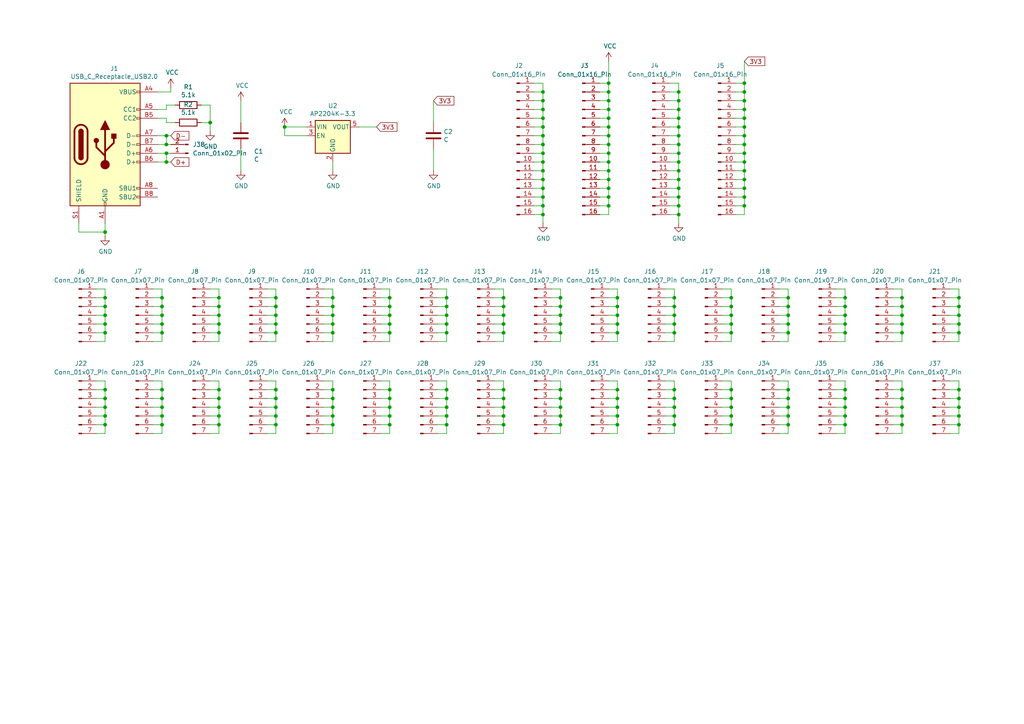
<source format=kicad_sch>
(kicad_sch (version 20231120) (generator "eeschema") (generator_version "8.0")
  (paper "A4")
  (junction (at 212.09 123.19))
  (junction (at 176.53 52.07))
  (junction (at 46.99 91.44))
  (junction (at 196.85 52.07))
  (junction (at 215.9 59.69))
  (junction (at 228.6 115.57))
  (junction (at 113.03 86.36))
  (junction (at 212.09 96.52))
  (junction (at 196.85 44.45))
  (junction (at 179.07 86.36))
  (junction (at 30.48 67.31))
  (junction (at 113.03 123.19))
  (junction (at 80.01 118.11))
  (junction (at 212.09 91.44))
  (junction (at 215.9 57.15))
  (junction (at 113.03 96.52))
  (junction (at 261.62 96.52))
  (junction (at 215.9 31.75))
  (junction (at 146.05 120.65))
  (junction (at 215.9 41.91))
  (junction (at 261.62 93.98))
  (junction (at 30.48 93.98))
  (junction (at 278.13 96.52))
  (junction (at 146.05 88.9))
  (junction (at 212.09 86.36))
  (junction (at 48.26 46.99))
  (junction (at 228.6 113.03))
  (junction (at 245.11 88.9))
  (junction (at 195.58 88.9))
  (junction (at 162.56 123.19))
  (junction (at 176.53 49.53))
  (junction (at 179.07 88.9))
  (junction (at 63.5 86.36))
  (junction (at 179.07 93.98))
  (junction (at 278.13 91.44))
  (junction (at 162.56 93.98))
  (junction (at 80.01 86.36))
  (junction (at 129.54 91.44))
  (junction (at 30.48 88.9))
  (junction (at 82.55 36.83))
  (junction (at 63.5 96.52))
  (junction (at 30.48 123.19))
  (junction (at 48.26 41.91))
  (junction (at 146.05 91.44))
  (junction (at 157.48 39.37))
  (junction (at 212.09 118.11))
  (junction (at 48.26 39.37))
  (junction (at 176.53 26.67))
  (junction (at 96.52 115.57))
  (junction (at 146.05 123.19))
  (junction (at 46.99 93.98))
  (junction (at 146.05 115.57))
  (junction (at 196.85 41.91))
  (junction (at 157.48 62.23))
  (junction (at 196.85 39.37))
  (junction (at 215.9 46.99))
  (junction (at 46.99 88.9))
  (junction (at 179.07 113.03))
  (junction (at 228.6 96.52))
  (junction (at 96.52 88.9))
  (junction (at 30.48 113.03))
  (junction (at 176.53 36.83))
  (junction (at 176.53 34.29))
  (junction (at 113.03 88.9))
  (junction (at 215.9 54.61))
  (junction (at 113.03 113.03))
  (junction (at 176.53 59.69))
  (junction (at 261.62 120.65))
  (junction (at 196.85 57.15))
  (junction (at 162.56 120.65))
  (junction (at 215.9 34.29))
  (junction (at 63.5 93.98))
  (junction (at 60.96 35.56))
  (junction (at 80.01 88.9))
  (junction (at 196.85 49.53))
  (junction (at 162.56 115.57))
  (junction (at 176.53 46.99))
  (junction (at 96.52 91.44))
  (junction (at 113.03 93.98))
  (junction (at 176.53 44.45))
  (junction (at 96.52 123.19))
  (junction (at 195.58 113.03))
  (junction (at 157.48 54.61))
  (junction (at 157.48 59.69))
  (junction (at 261.62 118.11))
  (junction (at 80.01 91.44))
  (junction (at 157.48 44.45))
  (junction (at 30.48 120.65))
  (junction (at 196.85 59.69))
  (junction (at 278.13 120.65))
  (junction (at 228.6 88.9))
  (junction (at 157.48 46.99))
  (junction (at 63.5 123.19))
  (junction (at 129.54 118.11))
  (junction (at 129.54 115.57))
  (junction (at 46.99 123.19))
  (junction (at 278.13 93.98))
  (junction (at 245.11 115.57))
  (junction (at 228.6 86.36))
  (junction (at 261.62 115.57))
  (junction (at 215.9 39.37))
  (junction (at 157.48 57.15))
  (junction (at 30.48 118.11))
  (junction (at 113.03 118.11))
  (junction (at 162.56 88.9))
  (junction (at 261.62 91.44))
  (junction (at 46.99 86.36))
  (junction (at 63.5 91.44))
  (junction (at 157.48 31.75))
  (junction (at 261.62 123.19))
  (junction (at 196.85 46.99))
  (junction (at 176.53 29.21))
  (junction (at 80.01 123.19))
  (junction (at 215.9 49.53))
  (junction (at 212.09 115.57))
  (junction (at 228.6 120.65))
  (junction (at 245.11 123.19))
  (junction (at 196.85 34.29))
  (junction (at 176.53 24.13))
  (junction (at 162.56 86.36))
  (junction (at 212.09 93.98))
  (junction (at 261.62 86.36))
  (junction (at 179.07 123.19))
  (junction (at 113.03 120.65))
  (junction (at 215.9 44.45))
  (junction (at 96.52 96.52))
  (junction (at 228.6 123.19))
  (junction (at 228.6 91.44))
  (junction (at 196.85 62.23))
  (junction (at 196.85 36.83))
  (junction (at 245.11 93.98))
  (junction (at 48.26 44.45))
  (junction (at 96.52 86.36))
  (junction (at 30.48 96.52))
  (junction (at 80.01 93.98))
  (junction (at 179.07 120.65))
  (junction (at 278.13 86.36))
  (junction (at 179.07 115.57))
  (junction (at 196.85 26.67))
  (junction (at 96.52 120.65))
  (junction (at 30.48 115.57))
  (junction (at 146.05 96.52))
  (junction (at 245.11 96.52))
  (junction (at 30.48 86.36))
  (junction (at 46.99 96.52))
  (junction (at 129.54 113.03))
  (junction (at 30.48 91.44))
  (junction (at 80.01 115.57))
  (junction (at 46.99 113.03))
  (junction (at 63.5 118.11))
  (junction (at 195.58 96.52))
  (junction (at 157.48 41.91))
  (junction (at 278.13 115.57))
  (junction (at 96.52 113.03))
  (junction (at 146.05 93.98))
  (junction (at 245.11 113.03))
  (junction (at 63.5 115.57))
  (junction (at 261.62 113.03))
  (junction (at 129.54 123.19))
  (junction (at 245.11 120.65))
  (junction (at 215.9 24.13))
  (junction (at 195.58 123.19))
  (junction (at 129.54 93.98))
  (junction (at 215.9 26.67))
  (junction (at 146.05 86.36))
  (junction (at 176.53 57.15))
  (junction (at 129.54 88.9))
  (junction (at 195.58 91.44))
  (junction (at 157.48 26.67))
  (junction (at 63.5 88.9))
  (junction (at 228.6 93.98))
  (junction (at 176.53 31.75))
  (junction (at 278.13 118.11))
  (junction (at 157.48 52.07))
  (junction (at 245.11 91.44))
  (junction (at 162.56 91.44))
  (junction (at 215.9 52.07))
  (junction (at 157.48 34.29))
  (junction (at 176.53 41.91))
  (junction (at 245.11 86.36))
  (junction (at 129.54 120.65))
  (junction (at 129.54 96.52))
  (junction (at 195.58 118.11))
  (junction (at 157.48 29.21))
  (junction (at 176.53 39.37))
  (junction (at 146.05 113.03))
  (junction (at 113.03 115.57))
  (junction (at 80.01 120.65))
  (junction (at 162.56 96.52))
  (junction (at 212.09 113.03))
  (junction (at 215.9 29.21))
  (junction (at 278.13 123.19))
  (junction (at 245.11 118.11))
  (junction (at 212.09 88.9))
  (junction (at 63.5 120.65))
  (junction (at 129.54 86.36))
  (junction (at 261.62 88.9))
  (junction (at 157.48 49.53))
  (junction (at 146.05 118.11))
  (junction (at 215.9 36.83))
  (junction (at 195.58 86.36))
  (junction (at 162.56 118.11))
  (junction (at 196.85 29.21))
  (junction (at 196.85 31.75))
  (junction (at 80.01 113.03))
  (junction (at 96.52 118.11))
  (junction (at 278.13 88.9))
  (junction (at 195.58 93.98))
  (junction (at 179.07 118.11))
  (junction (at 46.99 120.65))
  (junction (at 228.6 118.11))
  (junction (at 46.99 115.57))
  (junction (at 80.01 96.52))
  (junction (at 278.13 113.03))
  (junction (at 196.85 54.61))
  (junction (at 113.03 91.44))
  (junction (at 179.07 91.44))
  (junction (at 162.56 113.03))
  (junction (at 157.48 36.83))
  (junction (at 195.58 115.57))
  (junction (at 96.52 93.98))
  (junction (at 195.58 120.65))
  (junction (at 212.09 120.65))
  (junction (at 179.07 96.52))
  (junction (at 46.99 118.11))
  (junction (at 63.5 113.03))
  (junction (at 176.53 54.61))
  (wire (pts (xy 113.03 83.82) (xy 113.03 86.36)))
  (wire (pts (xy 261.62 118.11) (xy 261.62 120.65)))
  (wire (pts (xy 109.22 36.83) (xy 104.14 36.83)))
  (wire (pts (xy 30.48 96.52) (xy 30.48 99.06)))
  (wire (pts (xy 194.31 31.75) (xy 196.85 31.75)))
  (wire (pts (xy 179.07 88.9) (xy 179.07 91.44)))
  (wire (pts (xy 212.09 99.06) (xy 209.55 99.06)))
  (wire (pts (xy 113.03 86.36) (xy 113.03 88.9)))
  (wire (pts (xy 154.94 29.21) (xy 157.48 29.21)))
  (wire (pts (xy 209.55 118.11) (xy 212.09 118.11)))
  (wire (pts (xy 275.59 113.03) (xy 278.13 113.03)))
  (wire (pts (xy 160.02 88.9) (xy 162.56 88.9)))
  (wire (pts (xy 80.01 125.73) (xy 77.47 125.73)))
  (wire (pts (xy 154.94 57.15) (xy 157.48 57.15)))
  (wire (pts (xy 278.13 115.57) (xy 278.13 118.11)))
  (wire (pts (xy 93.98 86.36) (xy 96.52 86.36)))
  (wire (pts (xy 176.53 17.78) (xy 176.53 24.13)))
  (wire (pts (xy 245.11 115.57) (xy 245.11 118.11)))
  (wire (pts (xy 63.5 110.49) (xy 63.5 113.03)))
  (wire (pts (xy 46.99 99.06) (xy 44.45 99.06)))
  (wire (pts (xy 110.49 113.03) (xy 113.03 113.03)))
  (wire (pts (xy 226.06 118.11) (xy 228.6 118.11)))
  (wire (pts (xy 146.05 96.52) (xy 146.05 99.06)))
  (wire (pts (xy 278.13 99.06) (xy 275.59 99.06)))
  (wire (pts (xy 154.94 52.07) (xy 157.48 52.07)))
  (wire (pts (xy 245.11 86.36) (xy 245.11 88.9)))
  (wire (pts (xy 113.03 110.49) (xy 113.03 113.03)))
  (wire (pts (xy 176.53 123.19) (xy 179.07 123.19)))
  (wire (pts (xy 212.09 120.65) (xy 212.09 123.19)))
  (wire (pts (xy 179.07 120.65) (xy 179.07 123.19)))
  (wire (pts (xy 63.5 83.82) (xy 63.5 86.36)))
  (wire (pts (xy 27.94 91.44) (xy 30.48 91.44)))
  (wire (pts (xy 193.04 110.49) (xy 195.58 110.49)))
  (wire (pts (xy 60.96 88.9) (xy 63.5 88.9)))
  (wire (pts (xy 228.6 83.82) (xy 228.6 86.36)))
  (wire (pts (xy 179.07 123.19) (xy 179.07 125.73)))
  (wire (pts (xy 110.49 123.19) (xy 113.03 123.19)))
  (wire (pts (xy 213.36 24.13) (xy 215.9 24.13)))
  (wire (pts (xy 212.09 110.49) (xy 212.09 113.03)))
  (wire (pts (xy 245.11 125.73) (xy 242.57 125.73)))
  (wire (pts (xy 46.99 86.36) (xy 46.99 88.9)))
  (wire (pts (xy 275.59 120.65) (xy 278.13 120.65)))
  (wire (pts (xy 127 113.03) (xy 129.54 113.03)))
  (wire (pts (xy 228.6 91.44) (xy 228.6 93.98)))
  (wire (pts (xy 80.01 88.9) (xy 80.01 91.44)))
  (wire (pts (xy 129.54 93.98) (xy 129.54 96.52)))
  (wire (pts (xy 179.07 115.57) (xy 179.07 118.11)))
  (wire (pts (xy 127 120.65) (xy 129.54 120.65)))
  (wire (pts (xy 44.45 91.44) (xy 46.99 91.44)))
  (wire (pts (xy 195.58 110.49) (xy 195.58 113.03)))
  (wire (pts (xy 213.36 59.69) (xy 215.9 59.69)))
  (wire (pts (xy 46.99 123.19) (xy 46.99 125.73)))
  (wire (pts (xy 226.06 115.57) (xy 228.6 115.57)))
  (wire (pts (xy 176.53 24.13) (xy 176.53 26.67)))
  (wire (pts (xy 179.07 96.52) (xy 179.07 99.06)))
  (wire (pts (xy 212.09 123.19) (xy 212.09 125.73)))
  (wire (pts (xy 154.94 49.53) (xy 157.48 49.53)))
  (wire (pts (xy 77.47 123.19) (xy 80.01 123.19)))
  (wire (pts (xy 209.55 123.19) (xy 212.09 123.19)))
  (wire (pts (xy 226.06 88.9) (xy 228.6 88.9)))
  (wire (pts (xy 209.55 93.98) (xy 212.09 93.98)))
  (wire (pts (xy 261.62 96.52) (xy 261.62 99.06)))
  (wire (pts (xy 275.59 86.36) (xy 278.13 86.36)))
  (wire (pts (xy 143.51 88.9) (xy 146.05 88.9)))
  (wire (pts (xy 196.85 46.99) (xy 196.85 49.53)))
  (wire (pts (xy 195.58 88.9) (xy 195.58 91.44)))
  (wire (pts (xy 30.48 86.36) (xy 30.48 88.9)))
  (wire (pts (xy 194.31 54.61) (xy 196.85 54.61)))
  (wire (pts (xy 179.07 125.73) (xy 176.53 125.73)))
  (wire (pts (xy 275.59 93.98) (xy 278.13 93.98)))
  (wire (pts (xy 30.48 125.73) (xy 27.94 125.73)))
  (wire (pts (xy 146.05 115.57) (xy 146.05 118.11)))
  (wire (pts (xy 226.06 123.19) (xy 228.6 123.19)))
  (wire (pts (xy 46.99 120.65) (xy 46.99 123.19)))
  (wire (pts (xy 154.94 34.29) (xy 157.48 34.29)))
  (wire (pts (xy 242.57 96.52) (xy 245.11 96.52)))
  (wire (pts (xy 80.01 96.52) (xy 80.01 99.06)))
  (wire (pts (xy 46.99 96.52) (xy 46.99 99.06)))
  (wire (pts (xy 160.02 115.57) (xy 162.56 115.57)))
  (wire (pts (xy 127 91.44) (xy 129.54 91.44)))
  (wire (pts (xy 226.06 113.03) (xy 228.6 113.03)))
  (wire (pts (xy 77.47 93.98) (xy 80.01 93.98)))
  (wire (pts (xy 157.48 31.75) (xy 157.48 34.29)))
  (wire (pts (xy 63.5 88.9) (xy 63.5 91.44)))
  (wire (pts (xy 157.48 49.53) (xy 157.48 52.07)))
  (wire (pts (xy 215.9 52.07) (xy 215.9 54.61)))
  (wire (pts (xy 157.48 44.45) (xy 157.48 46.99)))
  (wire (pts (xy 30.48 67.31) (xy 22.86 67.31)))
  (wire (pts (xy 77.47 110.49) (xy 80.01 110.49)))
  (wire (pts (xy 278.13 88.9) (xy 278.13 91.44)))
  (wire (pts (xy 143.51 118.11) (xy 146.05 118.11)))
  (wire (pts (xy 196.85 57.15) (xy 196.85 59.69)))
  (wire (pts (xy 46.99 91.44) (xy 46.99 93.98)))
  (wire (pts (xy 157.48 59.69) (xy 157.48 62.23)))
  (wire (pts (xy 179.07 113.03) (xy 179.07 115.57)))
  (wire (pts (xy 176.53 36.83) (xy 176.53 39.37)))
  (wire (pts (xy 212.09 93.98) (xy 212.09 96.52)))
  (wire (pts (xy 27.94 118.11) (xy 30.48 118.11)))
  (wire (pts (xy 30.48 67.31) (xy 30.48 68.58)))
  (wire (pts (xy 30.48 64.77) (xy 30.48 67.31)))
  (wire (pts (xy 63.5 99.06) (xy 60.96 99.06)))
  (wire (pts (xy 127 88.9) (xy 129.54 88.9)))
  (wire (pts (xy 93.98 113.03) (xy 96.52 113.03)))
  (wire (pts (xy 275.59 91.44) (xy 278.13 91.44)))
  (wire (pts (xy 113.03 115.57) (xy 113.03 118.11)))
  (wire (pts (xy 194.31 44.45) (xy 196.85 44.45)))
  (wire (pts (xy 48.26 41.91) (xy 49.53 41.91)))
  (wire (pts (xy 146.05 91.44) (xy 146.05 93.98)))
  (wire (pts (xy 93.98 88.9) (xy 96.52 88.9)))
  (wire (pts (xy 80.01 110.49) (xy 80.01 113.03)))
  (wire (pts (xy 176.53 118.11) (xy 179.07 118.11)))
  (wire (pts (xy 143.51 123.19) (xy 146.05 123.19)))
  (wire (pts (xy 162.56 125.73) (xy 160.02 125.73)))
  (wire (pts (xy 278.13 118.11) (xy 278.13 120.65)))
  (wire (pts (xy 245.11 91.44) (xy 245.11 93.98)))
  (wire (pts (xy 154.94 44.45) (xy 157.48 44.45)))
  (wire (pts (xy 215.9 57.15) (xy 215.9 59.69)))
  (wire (pts (xy 30.48 93.98) (xy 30.48 96.52)))
  (wire (pts (xy 176.53 26.67) (xy 176.53 29.21)))
  (wire (pts (xy 113.03 113.03) (xy 113.03 115.57)))
  (wire (pts (xy 160.02 123.19) (xy 162.56 123.19)))
  (wire (pts (xy 27.94 120.65) (xy 30.48 120.65)))
  (wire (pts (xy 176.53 46.99) (xy 176.53 49.53)))
  (wire (pts (xy 127 93.98) (xy 129.54 93.98)))
  (wire (pts (xy 27.94 86.36) (xy 30.48 86.36)))
  (wire (pts (xy 160.02 96.52) (xy 162.56 96.52)))
  (wire (pts (xy 261.62 110.49) (xy 261.62 113.03)))
  (wire (pts (xy 245.11 110.49) (xy 245.11 113.03)))
  (wire (pts (xy 212.09 83.82) (xy 212.09 86.36)))
  (wire (pts (xy 173.99 24.13) (xy 176.53 24.13)))
  (wire (pts (xy 129.54 125.73) (xy 127 125.73)))
  (wire (pts (xy 157.48 62.23) (xy 157.48 64.77)))
  (wire (pts (xy 193.04 83.82) (xy 195.58 83.82)))
  (wire (pts (xy 69.85 43.18) (xy 69.85 49.53)))
  (wire (pts (xy 27.94 113.03) (xy 30.48 113.03)))
  (wire (pts (xy 212.09 115.57) (xy 212.09 118.11)))
  (wire (pts (xy 196.85 62.23) (xy 196.85 64.77)))
  (wire (pts (xy 154.94 59.69) (xy 157.48 59.69)))
  (wire (pts (xy 60.96 30.48) (xy 58.42 30.48)))
  (wire (pts (xy 30.48 88.9) (xy 30.48 91.44)))
  (wire (pts (xy 146.05 110.49) (xy 146.05 113.03)))
  (wire (pts (xy 113.03 88.9) (xy 113.03 91.44)))
  (wire (pts (xy 45.72 39.37) (xy 48.26 39.37)))
  (wire (pts (xy 60.96 93.98) (xy 63.5 93.98)))
  (wire (pts (xy 176.53 39.37) (xy 176.53 41.91)))
  (wire (pts (xy 113.03 118.11) (xy 113.03 120.65)))
  (wire (pts (xy 278.13 113.03) (xy 278.13 115.57)))
  (wire (pts (xy 48.26 30.48) (xy 50.8 30.48)))
  (wire (pts (xy 27.94 110.49) (xy 30.48 110.49)))
  (wire (pts (xy 193.04 123.19) (xy 195.58 123.19)))
  (wire (pts (xy 278.13 83.82) (xy 278.13 86.36)))
  (wire (pts (xy 63.5 123.19) (xy 63.5 125.73)))
  (wire (pts (xy 127 115.57) (xy 129.54 115.57)))
  (wire (pts (xy 125.73 29.21) (xy 125.73 35.56)))
  (wire (pts (xy 245.11 88.9) (xy 245.11 91.44)))
  (wire (pts (xy 196.85 39.37) (xy 196.85 41.91)))
  (wire (pts (xy 194.31 52.07) (xy 196.85 52.07)))
  (wire (pts (xy 176.53 83.82) (xy 179.07 83.82)))
  (wire (pts (xy 58.42 35.56) (xy 60.96 35.56)))
  (wire (pts (xy 226.06 91.44) (xy 228.6 91.44)))
  (wire (pts (xy 195.58 118.11) (xy 195.58 120.65)))
  (wire (pts (xy 275.59 110.49) (xy 278.13 110.49)))
  (wire (pts (xy 173.99 36.83) (xy 176.53 36.83)))
  (wire (pts (xy 146.05 118.11) (xy 146.05 120.65)))
  (wire (pts (xy 194.31 39.37) (xy 196.85 39.37)))
  (wire (pts (xy 82.55 36.83) (xy 88.9 36.83)))
  (wire (pts (xy 176.53 113.03) (xy 179.07 113.03)))
  (wire (pts (xy 278.13 91.44) (xy 278.13 93.98)))
  (wire (pts (xy 242.57 115.57) (xy 245.11 115.57)))
  (wire (pts (xy 63.5 91.44) (xy 63.5 93.98)))
  (wire (pts (xy 77.47 86.36) (xy 80.01 86.36)))
  (wire (pts (xy 275.59 88.9) (xy 278.13 88.9)))
  (wire (pts (xy 80.01 115.57) (xy 80.01 118.11)))
  (wire (pts (xy 195.58 91.44) (xy 195.58 93.98)))
  (wire (pts (xy 193.04 120.65) (xy 195.58 120.65)))
  (wire (pts (xy 228.6 88.9) (xy 228.6 91.44)))
  (wire (pts (xy 60.96 120.65) (xy 63.5 120.65)))
  (wire (pts (xy 110.49 93.98) (xy 113.03 93.98)))
  (wire (pts (xy 45.72 41.91) (xy 48.26 41.91)))
  (wire (pts (xy 77.47 115.57) (xy 80.01 115.57)))
  (wire (pts (xy 275.59 118.11) (xy 278.13 118.11)))
  (wire (pts (xy 162.56 113.03) (xy 162.56 115.57)))
  (wire (pts (xy 60.96 123.19) (xy 63.5 123.19)))
  (wire (pts (xy 30.48 118.11) (xy 30.48 120.65)))
  (wire (pts (xy 176.53 62.23) (xy 173.99 62.23)))
  (wire (pts (xy 173.99 59.69) (xy 176.53 59.69)))
  (wire (pts (xy 242.57 118.11) (xy 245.11 118.11)))
  (wire (pts (xy 93.98 96.52) (xy 96.52 96.52)))
  (wire (pts (xy 176.53 110.49) (xy 179.07 110.49)))
  (wire (pts (xy 22.86 67.31) (xy 22.86 64.77)))
  (wire (pts (xy 60.96 91.44) (xy 63.5 91.44)))
  (wire (pts (xy 215.9 59.69) (xy 215.9 62.23)))
  (wire (pts (xy 228.6 120.65) (xy 228.6 123.19)))
  (wire (pts (xy 212.09 113.03) (xy 212.09 115.57)))
  (wire (pts (xy 228.6 93.98) (xy 228.6 96.52)))
  (wire (pts (xy 44.45 115.57) (xy 46.99 115.57)))
  (wire (pts (xy 213.36 57.15) (xy 215.9 57.15)))
  (wire (pts (xy 46.99 110.49) (xy 46.99 113.03)))
  (wire (pts (xy 96.52 123.19) (xy 96.52 125.73)))
  (wire (pts (xy 48.26 44.45) (xy 49.53 44.45)))
  (wire (pts (xy 209.55 113.03) (xy 212.09 113.03)))
  (wire (pts (xy 157.48 29.21) (xy 157.48 31.75)))
  (wire (pts (xy 179.07 91.44) (xy 179.07 93.98)))
  (wire (pts (xy 30.48 120.65) (xy 30.48 123.19)))
  (wire (pts (xy 48.26 46.99) (xy 48.26 44.45)))
  (wire (pts (xy 228.6 118.11) (xy 228.6 120.65)))
  (wire (pts (xy 245.11 120.65) (xy 245.11 123.19)))
  (wire (pts (xy 228.6 123.19) (xy 228.6 125.73)))
  (wire (pts (xy 44.45 113.03) (xy 46.99 113.03)))
  (wire (pts (xy 44.45 83.82) (xy 46.99 83.82)))
  (wire (pts (xy 196.85 54.61) (xy 196.85 57.15)))
  (wire (pts (xy 30.48 99.06) (xy 27.94 99.06)))
  (wire (pts (xy 245.11 93.98) (xy 245.11 96.52)))
  (wire (pts (xy 195.58 113.03) (xy 195.58 115.57)))
  (wire (pts (xy 44.45 120.65) (xy 46.99 120.65)))
  (wire (pts (xy 212.09 96.52) (xy 212.09 99.06)))
  (wire (pts (xy 30.48 83.82) (xy 30.48 86.36)))
  (wire (pts (xy 157.48 36.83) (xy 157.48 39.37)))
  (wire (pts (xy 80.01 93.98) (xy 80.01 96.52)))
  (wire (pts (xy 259.08 120.65) (xy 261.62 120.65)))
  (wire (pts (xy 173.99 26.67) (xy 176.53 26.67)))
  (wire (pts (xy 278.13 125.73) (xy 275.59 125.73)))
  (wire (pts (xy 215.9 26.67) (xy 215.9 29.21)))
  (wire (pts (xy 146.05 120.65) (xy 146.05 123.19)))
  (wire (pts (xy 162.56 83.82) (xy 162.56 86.36)))
  (wire (pts (xy 129.54 91.44) (xy 129.54 93.98)))
  (wire (pts (xy 44.45 96.52) (xy 46.99 96.52)))
  (wire (pts (xy 129.54 110.49) (xy 129.54 113.03)))
  (wire (pts (xy 213.36 36.83) (xy 215.9 36.83)))
  (wire (pts (xy 127 83.82) (xy 129.54 83.82)))
  (wire (pts (xy 30.48 91.44) (xy 30.48 93.98)))
  (wire (pts (xy 196.85 49.53) (xy 196.85 52.07)))
  (wire (pts (xy 242.57 86.36) (xy 245.11 86.36)))
  (wire (pts (xy 63.5 86.36) (xy 63.5 88.9)))
  (wire (pts (xy 212.09 91.44) (xy 212.09 93.98)))
  (wire (pts (xy 196.85 59.69) (xy 196.85 62.23)))
  (wire (pts (xy 44.45 93.98) (xy 46.99 93.98)))
  (wire (pts (xy 30.48 110.49) (xy 30.48 113.03)))
  (wire (pts (xy 215.9 62.23) (xy 213.36 62.23)))
  (wire (pts (xy 242.57 91.44) (xy 245.11 91.44)))
  (wire (pts (xy 157.48 46.99) (xy 157.48 49.53)))
  (wire (pts (xy 213.36 29.21) (xy 215.9 29.21)))
  (wire (pts (xy 143.51 93.98) (xy 146.05 93.98)))
  (wire (pts (xy 45.72 31.75) (xy 48.26 31.75)))
  (wire (pts (xy 157.48 24.13) (xy 157.48 26.67)))
  (wire (pts (xy 110.49 86.36) (xy 113.03 86.36)))
  (wire (pts (xy 195.58 83.82) (xy 195.58 86.36)))
  (wire (pts (xy 261.62 88.9) (xy 261.62 91.44)))
  (wire (pts (xy 146.05 113.03) (xy 146.05 115.57)))
  (wire (pts (xy 46.99 93.98) (xy 46.99 96.52)))
  (wire (pts (xy 228.6 99.06) (xy 226.06 99.06)))
  (wire (pts (xy 278.13 123.19) (xy 278.13 125.73)))
  (wire (pts (xy 162.56 88.9) (xy 162.56 91.44)))
  (wire (pts (xy 110.49 115.57) (xy 113.03 115.57)))
  (wire (pts (xy 46.99 113.03) (xy 46.99 115.57)))
  (wire (pts (xy 160.02 118.11) (xy 162.56 118.11)))
  (wire (pts (xy 195.58 93.98) (xy 195.58 96.52)))
  (wire (pts (xy 146.05 123.19) (xy 146.05 125.73)))
  (wire (pts (xy 127 86.36) (xy 129.54 86.36)))
  (wire (pts (xy 215.9 41.91) (xy 215.9 44.45)))
  (wire (pts (xy 209.55 120.65) (xy 212.09 120.65)))
  (wire (pts (xy 176.53 115.57) (xy 179.07 115.57)))
  (wire (pts (xy 46.99 115.57) (xy 46.99 118.11)))
  (wire (pts (xy 213.36 26.67) (xy 215.9 26.67)))
  (wire (pts (xy 96.52 125.73) (xy 93.98 125.73)))
  (wire (pts (xy 96.52 93.98) (xy 96.52 96.52)))
  (wire (pts (xy 195.58 120.65) (xy 195.58 123.19)))
  (wire (pts (xy 261.62 86.36) (xy 261.62 88.9)))
  (wire (pts (xy 209.55 88.9) (xy 212.09 88.9)))
  (wire (pts (xy 110.49 88.9) (xy 113.03 88.9)))
  (wire (pts (xy 212.09 86.36) (xy 212.09 88.9)))
  (wire (pts (xy 195.58 96.52) (xy 195.58 99.06)))
  (wire (pts (xy 27.94 93.98) (xy 30.48 93.98)))
  (wire (pts (xy 213.36 41.91) (xy 215.9 41.91)))
  (wire (pts (xy 146.05 86.36) (xy 146.05 88.9)))
  (wire (pts (xy 215.9 54.61) (xy 215.9 57.15)))
  (wire (pts (xy 215.9 17.78) (xy 215.9 24.13)))
  (wire (pts (xy 194.31 29.21) (xy 196.85 29.21)))
  (wire (pts (xy 242.57 93.98) (xy 245.11 93.98)))
  (wire (pts (xy 160.02 93.98) (xy 162.56 93.98)))
  (wire (pts (xy 48.26 39.37) (xy 48.26 41.91)))
  (wire (pts (xy 275.59 115.57) (xy 278.13 115.57)))
  (wire (pts (xy 96.52 96.52) (xy 96.52 99.06)))
  (wire (pts (xy 162.56 93.98) (xy 162.56 96.52)))
  (wire (pts (xy 173.99 29.21) (xy 176.53 29.21)))
  (wire (pts (xy 63.5 115.57) (xy 63.5 118.11)))
  (wire (pts (xy 80.01 99.06) (xy 77.47 99.06)))
  (wire (pts (xy 179.07 83.82) (xy 179.07 86.36)))
  (wire (pts (xy 143.51 86.36) (xy 146.05 86.36)))
  (wire (pts (xy 63.5 96.52) (xy 63.5 99.06)))
  (wire (pts (xy 60.96 86.36) (xy 63.5 86.36)))
  (wire (pts (xy 259.08 113.03) (xy 261.62 113.03)))
  (wire (pts (xy 96.52 120.65) (xy 96.52 123.19)))
  (wire (pts (xy 176.53 41.91) (xy 176.53 44.45)))
  (wire (pts (xy 60.96 83.82) (xy 63.5 83.82)))
  (wire (pts (xy 157.48 41.91) (xy 157.48 44.45)))
  (wire (pts (xy 77.47 83.82) (xy 80.01 83.82)))
  (wire (pts (xy 226.06 86.36) (xy 228.6 86.36)))
  (wire (pts (xy 173.99 54.61) (xy 176.53 54.61)))
  (wire (pts (xy 226.06 83.82) (xy 228.6 83.82)))
  (wire (pts (xy 259.08 96.52) (xy 261.62 96.52)))
  (wire (pts (xy 143.51 115.57) (xy 146.05 115.57)))
  (wire (pts (xy 193.04 118.11) (xy 195.58 118.11)))
  (wire (pts (xy 228.6 96.52) (xy 228.6 99.06)))
  (wire (pts (xy 113.03 123.19) (xy 113.03 125.73)))
  (wire (pts (xy 162.56 115.57) (xy 162.56 118.11)))
  (wire (pts (xy 162.56 99.06) (xy 160.02 99.06)))
  (wire (pts (xy 27.94 115.57) (xy 30.48 115.57)))
  (wire (pts (xy 80.01 91.44) (xy 80.01 93.98)))
  (wire (pts (xy 196.85 31.75) (xy 196.85 34.29)))
  (wire (pts (xy 60.96 35.56) (xy 60.96 30.48)))
  (wire (pts (xy 226.06 120.65) (xy 228.6 120.65)))
  (wire (pts (xy 146.05 93.98) (xy 146.05 96.52)))
  (wire (pts (xy 96.52 118.11) (xy 96.52 120.65)))
  (wire (pts (xy 173.99 41.91) (xy 176.53 41.91)))
  (wire (pts (xy 176.53 120.65) (xy 179.07 120.65)))
  (wire (pts (xy 259.08 115.57) (xy 261.62 115.57)))
  (wire (pts (xy 245.11 83.82) (xy 245.11 86.36)))
  (wire (pts (xy 27.94 96.52) (xy 30.48 96.52)))
  (wire (pts (xy 196.85 41.91) (xy 196.85 44.45)))
  (wire (pts (xy 213.36 34.29) (xy 215.9 34.29)))
  (wire (pts (xy 213.36 54.61) (xy 215.9 54.61)))
  (wire (pts (xy 96.52 91.44) (xy 96.52 93.98)))
  (wire (pts (xy 194.31 24.13) (xy 196.85 24.13)))
  (wire (pts (xy 160.02 83.82) (xy 162.56 83.82)))
  (wire (pts (xy 212.09 118.11) (xy 212.09 120.65)))
  (wire (pts (xy 209.55 86.36) (xy 212.09 86.36)))
  (wire (pts (xy 77.47 118.11) (xy 80.01 118.11)))
  (wire (pts (xy 160.02 120.65) (xy 162.56 120.65)))
  (wire (pts (xy 93.98 110.49) (xy 96.52 110.49)))
  (wire (pts (xy 143.51 113.03) (xy 146.05 113.03)))
  (wire (pts (xy 213.36 31.75) (xy 215.9 31.75)))
  (wire (pts (xy 261.62 83.82) (xy 261.62 86.36)))
  (wire (pts (xy 44.45 118.11) (xy 46.99 118.11)))
  (wire (pts (xy 96.52 49.53) (xy 96.52 46.99)))
  (wire (pts (xy 176.53 29.21) (xy 176.53 31.75)))
  (wire (pts (xy 245.11 118.11) (xy 245.11 120.65)))
  (wire (pts (xy 215.9 24.13) (xy 215.9 26.67)))
  (wire (pts (xy 143.51 91.44) (xy 146.05 91.44)))
  (wire (pts (xy 213.36 44.45) (xy 215.9 44.45)))
  (wire (pts (xy 93.98 93.98) (xy 96.52 93.98)))
  (wire (pts (xy 242.57 110.49) (xy 245.11 110.49)))
  (wire (pts (xy 275.59 83.82) (xy 278.13 83.82)))
  (wire (pts (xy 176.53 96.52) (xy 179.07 96.52)))
  (wire (pts (xy 194.31 57.15) (xy 196.85 57.15)))
  (wire (pts (xy 110.49 83.82) (xy 113.03 83.82)))
  (wire (pts (xy 179.07 118.11) (xy 179.07 120.65)))
  (wire (pts (xy 228.6 125.73) (xy 226.06 125.73)))
  (wire (pts (xy 215.9 39.37) (xy 215.9 41.91)))
  (wire (pts (xy 242.57 88.9) (xy 245.11 88.9)))
  (wire (pts (xy 113.03 99.06) (xy 110.49 99.06)))
  (wire (pts (xy 209.55 115.57) (xy 212.09 115.57)))
  (wire (pts (xy 261.62 120.65) (xy 261.62 123.19)))
  (wire (pts (xy 195.58 115.57) (xy 195.58 118.11)))
  (wire (pts (xy 259.08 93.98) (xy 261.62 93.98)))
  (wire (pts (xy 60.96 35.56) (xy 60.96 38.1)))
  (wire (pts (xy 196.85 62.23) (xy 194.31 62.23)))
  (wire (pts (xy 44.45 86.36) (xy 46.99 86.36)))
  (wire (pts (xy 162.56 118.11) (xy 162.56 120.65)))
  (wire (pts (xy 176.53 88.9) (xy 179.07 88.9)))
  (wire (pts (xy 93.98 83.82) (xy 96.52 83.82)))
  (wire (pts (xy 154.94 26.67) (xy 157.48 26.67)))
  (wire (pts (xy 245.11 96.52) (xy 245.11 99.06)))
  (wire (pts (xy 173.99 49.53) (xy 176.53 49.53)))
  (wire (pts (xy 44.45 123.19) (xy 46.99 123.19)))
  (wire (pts (xy 63.5 93.98) (xy 63.5 96.52)))
  (wire (pts (xy 80.01 118.11) (xy 80.01 120.65)))
  (wire (pts (xy 196.85 24.13) (xy 196.85 26.67)))
  (wire (pts (xy 176.53 57.15) (xy 176.53 59.69)))
  (wire (pts (xy 127 96.52) (xy 129.54 96.52)))
  (wire (pts (xy 209.55 83.82) (xy 212.09 83.82)))
  (wire (pts (xy 176.53 49.53) (xy 176.53 52.07)))
  (wire (pts (xy 259.08 123.19) (xy 261.62 123.19)))
  (wire (pts (xy 215.9 36.83) (xy 215.9 39.37)))
  (wire (pts (xy 242.57 113.03) (xy 245.11 113.03)))
  (wire (pts (xy 179.07 86.36) (xy 179.07 88.9)))
  (wire (pts (xy 194.31 59.69) (xy 196.85 59.69)))
  (wire (pts (xy 245.11 99.06) (xy 242.57 99.06)))
  (wire (pts (xy 176.53 52.07) (xy 176.53 54.61)))
  (wire (pts (xy 154.94 46.99) (xy 157.48 46.99)))
  (wire (pts (xy 154.94 39.37) (xy 157.48 39.37)))
  (wire (pts (xy 157.48 57.15) (xy 157.48 59.69)))
  (wire (pts (xy 127 123.19) (xy 129.54 123.19)))
  (wire (pts (xy 77.47 120.65) (xy 80.01 120.65)))
  (wire (pts (xy 93.98 118.11) (xy 96.52 118.11)))
  (wire (pts (xy 193.04 113.03) (xy 195.58 113.03)))
  (wire (pts (xy 242.57 120.65) (xy 245.11 120.65)))
  (wire (pts (xy 129.54 83.82) (xy 129.54 86.36)))
  (wire (pts (xy 162.56 96.52) (xy 162.56 99.06)))
  (wire (pts (xy 48.26 31.75) (xy 48.26 30.48)))
  (wire (pts (xy 93.98 115.57) (xy 96.52 115.57)))
  (wire (pts (xy 46.99 88.9) (xy 46.99 91.44)))
  (wire (pts (xy 63.5 118.11) (xy 63.5 120.65)))
  (wire (pts (xy 45.72 44.45) (xy 48.26 44.45)))
  (wire (pts (xy 215.9 44.45) (xy 215.9 46.99)))
  (wire (pts (xy 154.94 36.83) (xy 157.48 36.83)))
  (wire (pts (xy 160.02 91.44) (xy 162.56 91.44)))
  (wire (pts (xy 226.06 110.49) (xy 228.6 110.49)))
  (wire (pts (xy 44.45 110.49) (xy 46.99 110.49)))
  (wire (pts (xy 173.99 46.99) (xy 176.53 46.99)))
  (wire (pts (xy 113.03 120.65) (xy 113.03 123.19)))
  (wire (pts (xy 261.62 123.19) (xy 261.62 125.73)))
  (wire (pts (xy 194.31 36.83) (xy 196.85 36.83)))
  (wire (pts (xy 209.55 110.49) (xy 212.09 110.49)))
  (wire (pts (xy 96.52 99.06) (xy 93.98 99.06)))
  (wire (pts (xy 46.99 125.73) (xy 44.45 125.73)))
  (wire (pts (xy 196.85 34.29) (xy 196.85 36.83)))
  (wire (pts (xy 110.49 118.11) (xy 113.03 118.11)))
  (wire (pts (xy 213.36 49.53) (xy 215.9 49.53)))
  (wire (pts (xy 60.96 110.49) (xy 63.5 110.49)))
  (wire (pts (xy 176.53 59.69) (xy 176.53 62.23)))
  (wire (pts (xy 129.54 99.06) (xy 127 99.06)))
  (wire (pts (xy 193.04 91.44) (xy 195.58 91.44)))
  (wire (pts (xy 146.05 88.9) (xy 146.05 91.44)))
  (wire (pts (xy 162.56 120.65) (xy 162.56 123.19)))
  (wire (pts (xy 261.62 91.44) (xy 261.62 93.98)))
  (wire (pts (xy 261.62 93.98) (xy 261.62 96.52)))
  (wire (pts (xy 45.72 46.99) (xy 48.26 46.99)))
  (wire (pts (xy 48.26 35.56) (xy 50.8 35.56)))
  (wire (pts (xy 228.6 86.36) (xy 228.6 88.9)))
  (wire (pts (xy 173.99 31.75) (xy 176.53 31.75)))
  (wire (pts (xy 93.98 120.65) (xy 96.52 120.65)))
  (wire (pts (xy 146.05 99.06) (xy 143.51 99.06)))
  (wire (pts (xy 278.13 96.52) (xy 278.13 99.06)))
  (wire (pts (xy 259.08 91.44) (xy 261.62 91.44)))
  (wire (pts (xy 259.08 88.9) (xy 261.62 88.9)))
  (wire (pts (xy 213.36 52.07) (xy 215.9 52.07)))
  (wire (pts (xy 63.5 125.73) (xy 60.96 125.73)))
  (wire (pts (xy 49.53 25.4) (xy 49.53 26.67)))
  (wire (pts (xy 77.47 96.52) (xy 80.01 96.52)))
  (wire (pts (xy 157.48 62.23) (xy 154.94 62.23)))
  (wire (pts (xy 215.9 31.75) (xy 215.9 34.29)))
  (wire (pts (xy 228.6 115.57) (xy 228.6 118.11)))
  (wire (pts (xy 96.52 113.03) (xy 96.52 115.57)))
  (wire (pts (xy 194.31 49.53) (xy 196.85 49.53)))
  (wire (pts (xy 60.96 118.11) (xy 63.5 118.11)))
  (wire (pts (xy 162.56 123.19) (xy 162.56 125.73)))
  (wire (pts (xy 259.08 110.49) (xy 261.62 110.49)))
  (wire (pts (xy 157.48 54.61) (xy 157.48 57.15)))
  (wire (pts (xy 209.55 91.44) (xy 212.09 91.44)))
  (wire (pts (xy 80.01 123.19) (xy 80.01 125.73)))
  (wire (pts (xy 162.56 110.49) (xy 162.56 113.03)))
  (wire (pts (xy 261.62 125.73) (xy 259.08 125.73)))
  (wire (pts (xy 195.58 86.36) (xy 195.58 88.9)))
  (wire (pts (xy 143.51 83.82) (xy 146.05 83.82)))
  (wire (pts (xy 154.94 54.61) (xy 157.48 54.61)))
  (wire (pts (xy 30.48 115.57) (xy 30.48 118.11)))
  (wire (pts (xy 259.08 86.36) (xy 261.62 86.36)))
  (wire (pts (xy 125.73 43.18) (xy 125.73 49.53)))
  (wire (pts (xy 96.52 88.9) (xy 96.52 91.44)))
  (wire (pts (xy 194.31 41.91) (xy 196.85 41.91)))
  (wire (pts (xy 82.55 39.37) (xy 82.55 36.83)))
  (wire (pts (xy 129.54 123.19) (xy 129.54 125.73)))
  (wire (pts (xy 194.31 46.99) (xy 196.85 46.99)))
  (wire (pts (xy 30.48 123.19) (xy 30.48 125.73)))
  (wire (pts (xy 146.05 125.73) (xy 143.51 125.73)))
  (wire (pts (xy 46.99 83.82) (xy 46.99 86.36)))
  (wire (pts (xy 176.53 91.44) (xy 179.07 91.44)))
  (wire (pts (xy 80.01 86.36) (xy 80.01 88.9)))
  (wire (pts (xy 143.51 120.65) (xy 146.05 120.65)))
  (wire (pts (xy 242.57 123.19) (xy 245.11 123.19)))
  (wire (pts (xy 154.94 31.75) (xy 157.48 31.75)))
  (wire (pts (xy 215.9 49.53) (xy 215.9 52.07)))
  (wire (pts (xy 226.06 96.52) (xy 228.6 96.52)))
  (wire (pts (xy 215.9 29.21) (xy 215.9 31.75)))
  (wire (pts (xy 154.94 24.13) (xy 157.48 24.13)))
  (wire (pts (xy 160.02 113.03) (xy 162.56 113.03)))
  (wire (pts (xy 179.07 93.98) (xy 179.07 96.52)))
  (wire (pts (xy 44.45 88.9) (xy 46.99 88.9)))
  (wire (pts (xy 193.04 96.52) (xy 195.58 96.52)))
  (wire (pts (xy 193.04 93.98) (xy 195.58 93.98)))
  (wire (pts (xy 194.31 26.67) (xy 196.85 26.67)))
  (wire (pts (xy 245.11 123.19) (xy 245.11 125.73)))
  (wire (pts (xy 77.47 113.03) (xy 80.01 113.03)))
  (wire (pts (xy 27.94 123.19) (xy 30.48 123.19)))
  (wire (pts (xy 48.26 34.29) (xy 48.26 35.56)))
  (wire (pts (xy 157.48 34.29) (xy 157.48 36.83)))
  (wire (pts (xy 113.03 93.98) (xy 113.03 96.52)))
  (wire (pts (xy 80.01 83.82) (xy 80.01 86.36)))
  (wire (pts (xy 278.13 93.98) (xy 278.13 96.52)))
  (wire (pts (xy 45.72 34.29) (xy 48.26 34.29)))
  (wire (pts (xy 162.56 86.36) (xy 162.56 88.9)))
  (wire (pts (xy 49.53 26.67) (xy 45.72 26.67)))
  (wire (pts (xy 77.47 88.9) (xy 80.01 88.9)))
  (wire (pts (xy 129.54 115.57) (xy 129.54 118.11)))
  (wire (pts (xy 110.49 120.65) (xy 113.03 120.65)))
  (wire (pts (xy 278.13 110.49) (xy 278.13 113.03)))
  (wire (pts (xy 213.36 39.37) (xy 215.9 39.37)))
  (wire (pts (xy 196.85 36.83) (xy 196.85 39.37)))
  (wire (pts (xy 30.48 113.03) (xy 30.48 115.57)))
  (wire (pts (xy 110.49 91.44) (xy 113.03 91.44)))
  (wire (pts (xy 176.53 44.45) (xy 176.53 46.99)))
  (wire (pts (xy 259.08 83.82) (xy 261.62 83.82)))
  (wire (pts (xy 129.54 96.52) (xy 129.54 99.06)))
  (wire (pts (xy 179.07 99.06) (xy 176.53 99.06)))
  (wire (pts (xy 261.62 99.06) (xy 259.08 99.06)))
  (wire (pts (xy 193.04 86.36) (xy 195.58 86.36)))
  (wire (pts (xy 176.53 54.61) (xy 176.53 57.15)))
  (wire (pts (xy 48.26 46.99) (xy 49.53 46.99)))
  (wire (pts (xy 96.52 110.49) (xy 96.52 113.03)))
  (wire (pts (xy 143.51 110.49) (xy 146.05 110.49)))
  (wire (pts (xy 173.99 57.15) (xy 176.53 57.15)))
  (wire (pts (xy 209.55 96.52) (xy 212.09 96.52)))
  (wire (pts (xy 146.05 83.82) (xy 146.05 86.36)))
  (wire (pts (xy 88.9 39.37) (xy 82.55 39.37)))
  (wire (pts (xy 242.57 83.82) (xy 245.11 83.82)))
  (wire (pts (xy 93.98 91.44) (xy 96.52 91.44)))
  (wire (pts (xy 176.53 86.36) (xy 179.07 86.36)))
  (wire (pts (xy 160.02 86.36) (xy 162.56 86.36)))
  (wire (pts (xy 245.11 113.03) (xy 245.11 115.57)))
  (wire (pts (xy 129.54 86.36) (xy 129.54 88.9)))
  (wire (pts (xy 96.52 115.57) (xy 96.52 118.11)))
  (wire (pts (xy 60.96 96.52) (xy 63.5 96.52)))
  (wire (pts (xy 110.49 110.49) (xy 113.03 110.49)))
  (wire (pts (xy 196.85 29.21) (xy 196.85 31.75)))
  (wire (pts (xy 46.99 118.11) (xy 46.99 120.65)))
  (wire (pts (xy 63.5 120.65) (xy 63.5 123.19)))
  (wire (pts (xy 96.52 83.82) (xy 96.52 86.36)))
  (wire (pts (xy 80.01 120.65) (xy 80.01 123.19)))
  (wire (pts (xy 77.47 91.44) (xy 80.01 91.44)))
  (wire (pts (xy 60.96 113.03) (xy 63.5 113.03)))
  (wire (pts (xy 193.04 88.9) (xy 195.58 88.9)))
  (wire (pts (xy 60.96 115.57) (xy 63.5 115.57)))
  (wire (pts (xy 162.56 91.44) (xy 162.56 93.98)))
  (wire (pts (xy 212.09 125.73) (xy 209.55 125.73)))
  (wire (pts (xy 127 118.11) (xy 129.54 118.11)))
  (wire (pts (xy 228.6 113.03) (xy 228.6 115.57)))
  (wire (pts (xy 261.62 115.57) (xy 261.62 118.11)))
  (wire (pts (xy 157.48 39.37) (xy 157.48 41.91)))
  (wire (pts (xy 215.9 34.29) (xy 215.9 36.83)))
  (wire (pts (xy 154.94 41.91) (xy 157.48 41.91)))
  (wire (pts (xy 215.9 46.99) (xy 215.9 49.53)))
  (wire (pts (xy 110.49 96.52) (xy 113.03 96.52)))
  (wire (pts (xy 196.85 44.45) (xy 196.85 46.99)))
  (wire (pts (xy 129.54 88.9) (xy 129.54 91.44)))
  (wire (pts (xy 195.58 123.19) (xy 195.58 125.73)))
  (wire (pts (xy 176.53 31.75) (xy 176.53 34.29)))
  (wire (pts (xy 195.58 125.73) (xy 193.04 125.73)))
  (wire (pts (xy 193.04 115.57) (xy 195.58 115.57)))
  (wire (pts (xy 212.09 88.9) (xy 212.09 91.44)))
  (wire (pts (xy 173.99 44.45) (xy 176.53 44.45)))
  (wire (pts (xy 113.03 125.73) (xy 110.49 125.73)))
  (wire (pts (xy 127 110.49) (xy 129.54 110.49)))
  (wire (pts (xy 113.03 91.44) (xy 113.03 93.98)))
  (wire (pts (xy 261.62 113.03) (xy 261.62 115.57)))
  (wire (pts (xy 228.6 110.49) (xy 228.6 113.03)))
  (wire (pts (xy 278.13 86.36) (xy 278.13 88.9)))
  (wire (pts (xy 173.99 52.07) (xy 176.53 52.07)))
  (wire (pts (xy 27.94 88.9) (xy 30.48 88.9)))
  (wire (pts (xy 176.53 93.98) (xy 179.07 93.98)))
  (wire (pts (xy 69.85 29.21) (xy 69.85 35.56)))
  (wire (pts (xy 259.08 118.11) (xy 261.62 118.11)))
  (wire (pts (xy 48.26 39.37) (xy 49.53 39.37)))
  (wire (pts (xy 93.98 123.19) (xy 96.52 123.19)))
  (wire (pts (xy 129.54 113.03) (xy 129.54 115.57)))
  (wire (pts (xy 63.5 113.03) (xy 63.5 115.57)))
  (wire (pts (xy 143.51 96.52) (xy 146.05 96.52)))
  (wire (pts (xy 157.48 26.67) (xy 157.48 29.21)))
  (wire (pts (xy 179.07 110.49) (xy 179.07 113.03)))
  (wire (pts (xy 196.85 26.67) (xy 196.85 29.21)))
  (wire (pts (xy 278.13 120.65) (xy 278.13 123.19)))
  (wire (pts (xy 275.59 96.52) (xy 278.13 96.52)))
  (wire (pts (xy 226.06 93.98) (xy 228.6 93.98)))
  (wire (pts (xy 129.54 120.65) (xy 129.54 123.19)))
  (wire (pts (xy 195.58 99.06) (xy 193.04 99.06)))
  (wire (pts (xy 213.36 46.99) (xy 215.9 46.99)))
  (wire (pts (xy 194.31 34.29) (xy 196.85 34.29)))
  (wire (pts (xy 196.85 52.07) (xy 196.85 54.61)))
  (wire (pts (xy 129.54 118.11) (xy 129.54 120.65)))
  (wire (pts (xy 275.59 123.19) (xy 278.13 123.19)))
  (wire (pts (xy 113.03 96.52) (xy 113.03 99.06)))
  (wire (pts (xy 173.99 34.29) (xy 176.53 34.29)))
  (wire (pts (xy 176.53 34.29) (xy 176.53 36.83)))
  (wire (pts (xy 173.99 39.37) (xy 176.53 39.37)))
  (wire (pts (xy 160.02 110.49) (xy 162.56 110.49)))
  (wire (pts (xy 157.48 52.07) (xy 157.48 54.61)))
  (wire (pts (xy 80.01 113.03) (xy 80.01 115.57)))
  (wire (pts (xy 27.94 83.82) (xy 30.48 83.82)))
  (wire (pts (xy 96.52 86.36) (xy 96.52 88.9)))
  (global_label "3V3" (shape input) (at 109.22 36.83 0) (property "Intersheetrefs" "${INTERSHEET_REFS}" (effects (hide yes))))
  (global_label "3V3" (shape input) (at 215.9 17.78 0) (property "Intersheetrefs" "${INTERSHEET_REFS}" (effects (hide yes))))
  (global_label "3V3" (shape input) (at 125.73 29.21 0) (property "Intersheetrefs" "${INTERSHEET_REFS}" (effects (hide yes))))
  (global_label "D+" (shape input) (at 49.53 46.99 0) (property "Intersheetrefs" "${INTERSHEET_REFS}" (effects (hide yes))))
  (global_label "D-" (shape input) (at 49.53 39.37 0) (property "Intersheetrefs" "${INTERSHEET_REFS}" (effects (hide yes))))
  (symbol (lib_id "Connector:USB_C_Receptacle_USB2.0") (at 30.48 41.91 0) (unit 1)
    (property "Reference" "J1" (at 33.147 19.8882 0))
    (property "Value" "USB_C_Receptacle_USB2.0" (at 33.147 22.1996 0))
    (property "Footprint" "Connector_USB:USB_C_Receptacle_HRO_TYPE-C-31-M-12" (effects (hide yes)))
    (property "Datasheet" "https://www.usb.org/sites/default/files/documents/usb_type-c.zip" (effects (hide yes)))
  )
  (symbol (lib_id "Device:R") (at 54.61 30.48 270) (unit 1)
    (property "Reference" "R1" (at 54.61 25.2222 90))
    (property "Value" "5.1k" (at 54.61 27.5336 90))
    (property "Footprint" "Resistor_SMD:R_0603_1608Metric_Pad0.98x0.95mm_HandSolder" (effects (hide yes)))
  )
  (symbol (lib_id "power:GND") (at 60.96 38.1 0) (unit 1)
    (property "Reference" "#PWR02" (effects (hide yes)))
    (property "Value" "GND" (at 61.087 42.4942 0))
  )
  (symbol (lib_id "power:VCC") (at 49.53 25.4 0) (unit 1)
    (property "Reference" "#PWR01" (effects (hide yes)))
    (property "Value" "VCC" (at 49.9618 21.0058 0))
  )
  (symbol (lib_id "power:GND") (at 30.48 68.58 0) (unit 1)
    (property "Reference" "#PWR05" (effects (hide yes)))
    (property "Value" "GND" (at 30.607 72.9742 0))
  )
  (symbol (lib_id "Device:R") (at 54.61 35.56 270) (unit 1)
    (property "Reference" "R2" (at 54.61 30.3022 90))
    (property "Value" "5.1k" (at 54.61 32.6136 90))
    (property "Footprint" "Resistor_SMD:R_0603_1608Metric_Pad0.98x0.95mm_HandSolder" (effects (hide yes)))
  )
  (symbol (lib_id "Device:C") (at 125.73 39.37 0) (unit 1)
    (property "Reference" "C2" (at 128.651 38.2016 0) (effects (justify left)))
    (property "Value" "C" (at 128.651 40.513 0) (effects (justify left)))
    (property "Footprint" "Capacitor_SMD:C_0603_1608Metric_Pad1.08x0.95mm_HandSolder" (effects (hide yes)))
  )
  (symbol (lib_id "power:GND") (at 125.73 49.53 0) (unit 1)
    (property "Reference" "#PWR09" (effects (hide yes)))
    (property "Value" "GND" (at 125.857 53.9242 0))
  )
  (symbol (lib_id "Device:C") (at 69.85 39.37 0) (unit 1)
    (property "Reference" "C1" (at 73.66 43.9166 0) (effects (justify left)))
    (property "Value" "C" (at 73.66 46.228 0) (effects (justify left)))
    (property "Footprint" "Capacitor_SMD:C_0603_1608Metric_Pad1.08x0.95mm_HandSolder" (effects (hide yes)))
  )
  (symbol (lib_id "power:GND") (at 69.85 49.53 0) (unit 1)
    (property "Reference" "#PWR07" (effects (hide yes)))
    (property "Value" "GND" (at 69.977 53.9242 0))
  )
  (symbol (lib_id "power:VCC") (at 69.85 29.21 0) (unit 1)
    (property "Reference" "#PWR06" (effects (hide yes)))
    (property "Value" "VCC" (at 70.2818 24.8158 0))
  )
  (symbol (lib_id "Regulator_Linear:AP2204K-3.3") (at 96.52 39.37 0) (unit 1)
    (property "Reference" "U2" (at 96.52 30.6832 0))
    (property "Value" "AP2204K-3.3" (at 96.52 32.9946 0))
    (property "Footprint" "Package_TO_SOT_SMD:SOT-23-5" (effects (hide yes)))
    (property "Datasheet" "https://www.diodes.com/assets/Datasheets/AP2204.pdf" (effects (hide yes)))
  )
  (symbol (lib_id "power:GND") (at 96.52 49.53 0) (unit 1)
    (property "Reference" "#PWR010" (effects (hide yes)))
    (property "Value" "GND" (at 96.647 53.9242 0))
  )
  (symbol (lib_id "power:VCC") (at 82.55 36.83 0) (unit 1)
    (property "Reference" "#PWR0101" (effects (hide yes)))
    (property "Value" "VCC" (at 82.9818 32.4358 0))
  )
  (symbol (lib_id "Connector:Conn_01x07_Pin") (at 254 118.11 0) (unit 1)
    (property "Reference" "J36" (at 254.635 105.41 0))
    (property "Value" "Conn_01x07_Pin" (at 254.635 107.95 0))
    (property "Footprint" "Library:PinHeader_1x07_P2.54mm_Vertical" (effects (hide yes)))
    (property "Description" "Generic connector, single row, 01x07, script generated" (effects (hide yes)))
  )
  (symbol (lib_id "power:GND") (at 157.48 64.77 0) (unit 1)
    (property "Reference" "#PWR03" (effects (hide yes)))
    (property "Value" "GND" (at 157.607 69.1642 0))
  )
  (symbol (lib_id "Connector:Conn_01x07_Pin") (at 105.41 118.11 0) (unit 1)
    (property "Reference" "J27" (at 106.045 105.41 0))
    (property "Value" "Conn_01x07_Pin" (at 106.045 107.95 0))
    (property "Footprint" "Library:PinHeader_1x07_P2.54mm_Vertical" (effects (hide yes)))
    (property "Description" "Generic connector, single row, 01x07, script generated" (effects (hide yes)))
  )
  (symbol (lib_id "Connector:Conn_01x07_Pin") (at 220.98 118.11 0) (unit 1)
    (property "Reference" "J34" (at 221.615 105.41 0))
    (property "Value" "Conn_01x07_Pin" (at 221.615 107.95 0))
    (property "Footprint" "Library:PinHeader_1x07_P2.54mm_Vertical" (effects (hide yes)))
    (property "Description" "Generic connector, single row, 01x07, script generated" (effects (hide yes)))
  )
  (symbol (lib_id "Connector:Conn_01x07_Pin") (at 138.43 118.11 0) (unit 1)
    (property "Reference" "J29" (at 139.065 105.41 0))
    (property "Value" "Conn_01x07_Pin" (at 139.065 107.95 0))
    (property "Footprint" "Library:PinHeader_1x07_P2.54mm_Vertical" (effects (hide yes)))
    (property "Description" "Generic connector, single row, 01x07, script generated" (effects (hide yes)))
  )
  (symbol (lib_id "Connector:Conn_01x07_Pin") (at 39.37 118.11 0) (unit 1)
    (property "Reference" "J23" (at 40.005 105.41 0))
    (property "Value" "Conn_01x07_Pin" (at 40.005 107.95 0))
    (property "Footprint" "Library:PinHeader_1x07_P2.54mm_Vertical" (effects (hide yes)))
    (property "Description" "Generic connector, single row, 01x07, script generated" (effects (hide yes)))
  )
  (symbol (lib_id "Connector:Conn_01x07_Pin") (at 121.92 91.44 0) (unit 1)
    (property "Reference" "J12" (at 122.555 78.74 0))
    (property "Value" "Conn_01x07_Pin" (at 122.555 81.28 0))
    (property "Footprint" "Library:PinHeader_1x07_P2.54mm_Vertical" (effects (hide yes)))
    (property "Description" "Generic connector, single row, 01x07, script generated" (effects (hide yes)))
  )
  (symbol (lib_id "Connector:Conn_01x07_Pin") (at 187.96 118.11 0) (unit 1)
    (property "Reference" "J32" (at 188.595 105.41 0))
    (property "Value" "Conn_01x07_Pin" (at 188.595 107.95 0))
    (property "Footprint" "Library:PinHeader_1x07_P2.54mm_Vertical" (effects (hide yes)))
    (property "Description" "Generic connector, single row, 01x07, script generated" (effects (hide yes)))
  )
  (symbol (lib_id "Connector:Conn_01x07_Pin") (at 171.45 118.11 0) (unit 1)
    (property "Reference" "J31" (at 172.085 105.41 0))
    (property "Value" "Conn_01x07_Pin" (at 172.085 107.95 0))
    (property "Footprint" "Library:PinHeader_1x07_P2.54mm_Vertical" (effects (hide yes)))
    (property "Description" "Generic connector, single row, 01x07, script generated" (effects (hide yes)))
  )
  (symbol (lib_id "Connector:Conn_01x07_Pin") (at 39.37 91.44 0) (unit 1)
    (property "Reference" "J7" (at 40.005 78.74 0))
    (property "Value" "Conn_01x07_Pin" (at 40.005 81.28 0))
    (property "Footprint" "Library:PinHeader_1x07_P2.54mm_Vertical" (effects (hide yes)))
    (property "Description" "Generic connector, single row, 01x07, script generated" (effects (hide yes)))
  )
  (symbol (lib_id "Connector:Conn_01x07_Pin") (at 72.39 118.11 0) (unit 1)
    (property "Reference" "J25" (at 73.025 105.41 0))
    (property "Value" "Conn_01x07_Pin" (at 73.025 107.95 0))
    (property "Footprint" "Library:PinHeader_1x07_P2.54mm_Vertical" (effects (hide yes)))
    (property "Description" "Generic connector, single row, 01x07, script generated" (effects (hide yes)))
  )
  (symbol (lib_id "Connector:Conn_01x07_Pin") (at 138.43 91.44 0) (unit 1)
    (property "Reference" "J13" (at 139.065 78.74 0))
    (property "Value" "Conn_01x07_Pin" (at 139.065 81.28 0))
    (property "Footprint" "Library:PinHeader_1x07_P2.54mm_Vertical" (effects (hide yes)))
    (property "Description" "Generic connector, single row, 01x07, script generated" (effects (hide yes)))
  )
  (symbol (lib_id "Connector:Conn_01x07_Pin") (at 105.41 91.44 0) (unit 1)
    (property "Reference" "J11" (at 106.045 78.74 0))
    (property "Value" "Conn_01x07_Pin" (at 106.045 81.28 0))
    (property "Footprint" "Library:PinHeader_1x07_P2.54mm_Vertical" (effects (hide yes)))
    (property "Description" "Generic connector, single row, 01x07, script generated" (effects (hide yes)))
  )
  (symbol (lib_id "Connector:Conn_01x02_Pin") (at 54.61 44.45 180) (unit 1)
    (property "Reference" "J38" (at 55.88 41.9099 0) (effects (justify right)))
    (property "Value" "Conn_01x02_Pin" (at 55.88 44.4499 0) (effects (justify right)))
    (property "Footprint" "Connector_PinHeader_2.54mm:PinHeader_1x02_P2.54mm_Vertical" (effects (hide yes)))
    (property "Description" "Generic connector, single row, 01x02, script generated" (effects (hide yes)))
  )
  (symbol (lib_id "Connector:Conn_01x07_Pin") (at 204.47 91.44 0) (unit 1)
    (property "Reference" "J17" (at 205.105 78.74 0))
    (property "Value" "Conn_01x07_Pin" (at 205.105 81.28 0))
    (property "Footprint" "Library:PinHeader_1x07_P2.54mm_Vertical" (effects (hide yes)))
    (property "Description" "Generic connector, single row, 01x07, script generated" (effects (hide yes)))
  )
  (symbol (lib_id "Connector:Conn_01x07_Pin") (at 154.94 118.11 0) (unit 1)
    (property "Reference" "J30" (at 155.575 105.41 0))
    (property "Value" "Conn_01x07_Pin" (at 155.575 107.95 0))
    (property "Footprint" "Library:PinHeader_1x07_P2.54mm_Vertical" (effects (hide yes)))
    (property "Description" "Generic connector, single row, 01x07, script generated" (effects (hide yes)))
  )
  (symbol (lib_id "Connector:Conn_01x16_Pin") (at 168.91 41.91 0) (unit 1)
    (property "Reference" "J3" (at 169.545 19.05 0))
    (property "Value" "Conn_01x16_Pin" (at 169.545 21.59 0))
    (property "Footprint" "Library:PinHeader_1x16_P2.54mm_Vertical" (effects (hide yes)))
    (property "Description" "Generic connector, single row, 01x16, script generated" (effects (hide yes)))
  )
  (symbol (lib_id "Connector:Conn_01x16_Pin") (at 208.28 41.91 0) (unit 1)
    (property "Reference" "J5" (at 208.915 19.05 0))
    (property "Value" "Conn_01x16_Pin" (at 208.915 21.59 0))
    (property "Footprint" "Library:PinHeader_1x16_P2.54mm_Vertical" (effects (hide yes)))
    (property "Description" "Generic connector, single row, 01x16, script generated" (effects (hide yes)))
  )
  (symbol (lib_id "Connector:Conn_01x07_Pin") (at 121.92 118.11 0) (unit 1)
    (property "Reference" "J28" (at 122.555 105.41 0))
    (property "Value" "Conn_01x07_Pin" (at 122.555 107.95 0))
    (property "Footprint" "Library:PinHeader_1x07_P2.54mm_Vertical" (effects (hide yes)))
    (property "Description" "Generic connector, single row, 01x07, script generated" (effects (hide yes)))
  )
  (symbol (lib_id "Connector:Conn_01x07_Pin") (at 88.9 118.11 0) (unit 1)
    (property "Reference" "J26" (at 89.535 105.41 0))
    (property "Value" "Conn_01x07_Pin" (at 89.535 107.95 0))
    (property "Footprint" "Library:PinHeader_1x07_P2.54mm_Vertical" (effects (hide yes)))
    (property "Description" "Generic connector, single row, 01x07, script generated" (effects (hide yes)))
  )
  (symbol (lib_id "Connector:Conn_01x07_Pin") (at 254 91.44 0) (unit 1)
    (property "Reference" "J20" (at 254.635 78.74 0))
    (property "Value" "Conn_01x07_Pin" (at 254.635 81.28 0))
    (property "Footprint" "Library:PinHeader_1x07_P2.54mm_Vertical" (effects (hide yes)))
    (property "Description" "Generic connector, single row, 01x07, script generated" (effects (hide yes)))
  )
  (symbol (lib_id "power:VCC") (at 176.53 17.78 0) (unit 1)
    (property "Reference" "#PWR08" (effects (hide yes)))
    (property "Value" "VCC" (at 176.9618 13.3858 0))
  )
  (symbol (lib_id "power:GND") (at 196.85 64.77 0) (unit 1)
    (property "Reference" "#PWR04" (effects (hide yes)))
    (property "Value" "GND" (at 196.977 69.1642 0))
  )
  (symbol (lib_id "Connector:Conn_01x07_Pin") (at 22.86 91.44 0) (unit 1)
    (property "Reference" "J6" (at 23.495 78.74 0))
    (property "Value" "Conn_01x07_Pin" (at 23.495 81.28 0))
    (property "Footprint" "Library:PinHeader_1x07_P2.54mm_Vertical" (effects (hide yes)))
    (property "Description" "Generic connector, single row, 01x07, script generated" (effects (hide yes)))
  )
  (symbol (lib_id "Connector:Conn_01x07_Pin") (at 270.51 118.11 0) (unit 1)
    (property "Reference" "J37" (at 271.145 105.41 0))
    (property "Value" "Conn_01x07_Pin" (at 271.145 107.95 0))
    (property "Footprint" "Library:PinHeader_1x07_P2.54mm_Vertical" (effects (hide yes)))
    (property "Description" "Generic connector, single row, 01x07, script generated" (effects (hide yes)))
  )
  (symbol (lib_id "Connector:Conn_01x07_Pin") (at 72.39 91.44 0) (unit 1)
    (property "Reference" "J9" (at 73.025 78.74 0))
    (property "Value" "Conn_01x07_Pin" (at 73.025 81.28 0))
    (property "Footprint" "Library:PinHeader_1x07_P2.54mm_Vertical" (effects (hide yes)))
    (property "Description" "Generic connector, single row, 01x07, script generated" (effects (hide yes)))
  )
  (symbol (lib_id "Connector:Conn_01x07_Pin") (at 204.47 118.11 0) (unit 1)
    (property "Reference" "J33" (at 205.105 105.41 0))
    (property "Value" "Conn_01x07_Pin" (at 205.105 107.95 0))
    (property "Footprint" "Library:PinHeader_1x07_P2.54mm_Vertical" (effects (hide yes)))
    (property "Description" "Generic connector, single row, 01x07, script generated" (effects (hide yes)))
  )
  (symbol (lib_id "Connector:Conn_01x07_Pin") (at 237.49 91.44 0) (unit 1)
    (property "Reference" "J19" (at 238.125 78.74 0))
    (property "Value" "Conn_01x07_Pin" (at 238.125 81.28 0))
    (property "Footprint" "Library:PinHeader_1x07_P2.54mm_Vertical" (effects (hide yes)))
    (property "Description" "Generic connector, single row, 01x07, script generated" (effects (hide yes)))
  )
  (symbol (lib_id "Connector:Conn_01x07_Pin") (at 171.45 91.44 0) (unit 1)
    (property "Reference" "J15" (at 172.085 78.74 0))
    (property "Value" "Conn_01x07_Pin" (at 172.085 81.28 0))
    (property "Footprint" "Library:PinHeader_1x07_P2.54mm_Vertical" (effects (hide yes)))
    (property "Description" "Generic connector, single row, 01x07, script generated" (effects (hide yes)))
  )
  (symbol (lib_id "Connector:Conn_01x07_Pin") (at 154.94 91.44 0) (unit 1)
    (property "Reference" "J14" (at 155.575 78.74 0))
    (property "Value" "Conn_01x07_Pin" (at 155.575 81.28 0))
    (property "Footprint" "Library:PinHeader_1x07_P2.54mm_Vertical" (effects (hide yes)))
    (property "Description" "Generic connector, single row, 01x07, script generated" (effects (hide yes)))
  )
  (symbol (lib_id "Connector:Conn_01x07_Pin") (at 55.88 118.11 0) (unit 1)
    (property "Reference" "J24" (at 56.515 105.41 0))
    (property "Value" "Conn_01x07_Pin" (at 56.515 107.95 0))
    (property "Footprint" "Library:PinHeader_1x07_P2.54mm_Vertical" (effects (hide yes)))
    (property "Description" "Generic connector, single row, 01x07, script generated" (effects (hide yes)))
  )
  (symbol (lib_id "Connector:Conn_01x07_Pin") (at 270.51 91.44 0) (unit 1)
    (property "Reference" "J21" (at 271.145 78.74 0))
    (property "Value" "Conn_01x07_Pin" (at 271.145 81.28 0))
    (property "Footprint" "Library:PinHeader_1x07_P2.54mm_Vertical" (effects (hide yes)))
    (property "Description" "Generic connector, single row, 01x07, script generated" (effects (hide yes)))
  )
  (symbol (lib_id "Connector:Conn_01x07_Pin") (at 220.98 91.44 0) (unit 1)
    (property "Reference" "J18" (at 221.615 78.74 0))
    (property "Value" "Conn_01x07_Pin" (at 221.615 81.28 0))
    (property "Footprint" "Library:PinHeader_1x07_P2.54mm_Vertical" (effects (hide yes)))
    (property "Description" "Generic connector, single row, 01x07, script generated" (effects (hide yes)))
  )
  (symbol (lib_id "Connector:Conn_01x07_Pin") (at 88.9 91.44 0) (unit 1)
    (property "Reference" "J10" (at 89.535 78.74 0))
    (property "Value" "Conn_01x07_Pin" (at 89.535 81.28 0))
    (property "Footprint" "Library:PinHeader_1x07_P2.54mm_Vertical" (effects (hide yes)))
    (property "Description" "Generic connector, single row, 01x07, script generated" (effects (hide yes)))
  )
  (symbol (lib_id "Connector:Conn_01x16_Pin") (at 189.23 41.91 0) (unit 1)
    (property "Reference" "J4" (at 189.865 19.05 0))
    (property "Value" "Conn_01x16_Pin" (at 189.865 21.59 0))
    (property "Footprint" "Library:PinHeader_1x16_P2.54mm_Vertical" (effects (hide yes)))
    (property "Description" "Generic connector, single row, 01x16, script generated" (effects (hide yes)))
  )
  (symbol (lib_id "Connector:Conn_01x07_Pin") (at 237.49 118.11 0) (unit 1)
    (property "Reference" "J35" (at 238.125 105.41 0))
    (property "Value" "Conn_01x07_Pin" (at 238.125 107.95 0))
    (property "Footprint" "Library:PinHeader_1x07_P2.54mm_Vertical" (effects (hide yes)))
    (property "Description" "Generic connector, single row, 01x07, script generated" (effects (hide yes)))
  )
  (symbol (lib_id "Connector:Conn_01x07_Pin") (at 22.86 118.11 0) (unit 1)
    (property "Reference" "J22" (at 23.495 105.41 0))
    (property "Value" "Conn_01x07_Pin" (at 23.495 107.95 0))
    (property "Footprint" "Library:PinHeader_1x07_P2.54mm_Vertical" (effects (hide yes)))
    (property "Description" "Generic connector, single row, 01x07, script generated" (effects (hide yes)))
  )
  (symbol (lib_id "Connector:Conn_01x16_Pin") (at 149.86 41.91 0) (unit 1)
    (property "Reference" "J2" (at 150.495 19.05 0))
    (property "Value" "Conn_01x16_Pin" (at 150.495 21.59 0))
    (property "Footprint" "Library:PinHeader_1x16_P2.54mm_Vertical" (effects (hide yes)))
    (property "Description" "Generic connector, single row, 01x16, script generated" (effects (hide yes)))
  )
  (symbol (lib_id "Connector:Conn_01x07_Pin") (at 55.88 91.44 0) (unit 1)
    (property "Reference" "J8" (at 56.515 78.74 0))
    (property "Value" "Conn_01x07_Pin" (at 56.515 81.28 0))
    (property "Footprint" "Library:PinHeader_1x07_P2.54mm_Vertical" (effects (hide yes)))
    (property "Description" "Generic connector, single row, 01x07, script generated" (effects (hide yes)))
  )
  (symbol (lib_id "Connector:Conn_01x07_Pin") (at 187.96 91.44 0) (unit 1)
    (property "Reference" "J16" (at 188.595 78.74 0))
    (property "Value" "Conn_01x07_Pin" (at 188.595 81.28 0))
    (property "Footprint" "Library:PinHeader_1x07_P2.54mm_Vertical" (effects (hide yes)))
    (property "Description" "Generic connector, single row, 01x07, script generated" (effects (hide yes)))
  )
)
</source>
